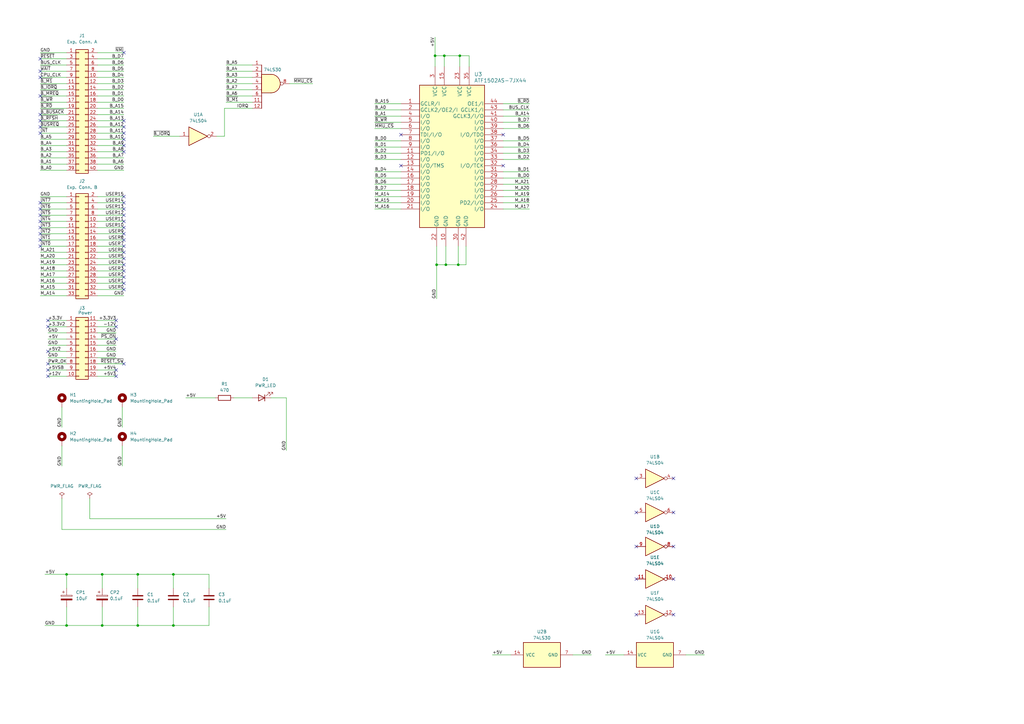
<source format=kicad_sch>
(kicad_sch (version 20230121) (generator eeschema)
  (paper "A3")
  (title_block (title "Z80 MMU board using an ATF1504") (date "2023-08-30") (rev "1.0"))
  (lib_symbols
    (symbol "74xx:74LS04"
      (property "Reference" "U" (at 0 1.27 0))
      (property "Value" "74LS04" (at 0 -1.27 0))
      (symbol "74LS04_1_0"
        (polyline (pts (xy -3.81 3.81) (xy -3.81 -3.81) (xy 3.81 0) (xy -3.81 3.81)) (stroke (width 0.254)) (fill (type background)))
        (pin input line (at -7.62 0 0) (length 3.81) (name "~") (number "1"))
        (pin output inverted (at 7.62 0 180) (length 3.81) (name "~") (number "2"))
      )
      (symbol "74LS04_2_0"
        (polyline (pts (xy -3.81 3.81) (xy -3.81 -3.81) (xy 3.81 0) (xy -3.81 3.81)) (stroke (width 0.254)) (fill (type background)))
        (pin input line (at -7.62 0 0) (length 3.81) (name "~") (number "3"))
        (pin output inverted (at 7.62 0 180) (length 3.81) (name "~") (number "4"))
      )
      (symbol "74LS04_3_0"
        (polyline (pts (xy -3.81 3.81) (xy -3.81 -3.81) (xy 3.81 0) (xy -3.81 3.81)) (stroke (width 0.254)) (fill (type background)))
        (pin input line (at -7.62 0 0) (length 3.81) (name "~") (number "5"))
        (pin output inverted (at 7.62 0 180) (length 3.81) (name "~") (number "6"))
      )
      (symbol "74LS04_4_0"
        (polyline (pts (xy -3.81 3.81) (xy -3.81 -3.81) (xy 3.81 0) (xy -3.81 3.81)) (stroke (width 0.254)) (fill (type background)))
        (pin output inverted (at 7.62 0 180) (length 3.81) (name "~") (number "8"))
        (pin input line (at -7.62 0 0) (length 3.81) (name "~") (number "9"))
      )
      (symbol "74LS04_5_0"
        (polyline (pts (xy -3.81 3.81) (xy -3.81 -3.81) (xy 3.81 0) (xy -3.81 3.81)) (stroke (width 0.254)) (fill (type background)))
        (pin output inverted (at 7.62 0 180) (length 3.81) (name "~") (number "10"))
        (pin input line (at -7.62 0 0) (length 3.81) (name "~") (number "11"))
      )
      (symbol "74LS04_6_0"
        (polyline (pts (xy -3.81 3.81) (xy -3.81 -3.81) (xy 3.81 0) (xy -3.81 3.81)) (stroke (width 0.254)) (fill (type background)))
        (pin output inverted (at 7.62 0 180) (length 3.81) (name "~") (number "12"))
        (pin input line (at -7.62 0 0) (length 3.81) (name "~") (number "13"))
      )
      (symbol "74LS04_7_0"
        (pin power_in line (at 0 12.7 270) (length 5.08) (name "VCC") (number "14"))
        (pin power_in line (at 0 -12.7 90) (length 5.08) (name "GND") (number "7"))
      )
      (symbol "74LS04_7_1"
        (rectangle (start -5.08 7.62) (end 5.08 -7.62) (stroke (width 0.254)) (fill (type background)))
      )
    )
    (symbol "74xx:74LS30" (pin_names (offset 1.016))
      (property "Reference" "U" (at 0 1.27 0))
      (property "Value" "74LS30" (at 0 -1.27 0))
      (symbol "74LS30_1_1"
        (arc (start 0 -3.81) (mid 3.7934 0) (end 0 3.81) (stroke (width 0.254)) (fill (type background)))
        (polyline (pts (xy -3.81 7.62) (xy -3.81 -10.16)) (stroke (width 0.254)))
        (polyline (pts (xy 0 3.81) (xy -3.81 3.81) (xy -3.81 -3.81) (xy 0 -3.81)) (stroke (width 0.254)) (fill (type background)))
        (pin input line (at -7.62 7.62 0) (length 3.81) (name "~") (number "1"))
        (pin input line (at -7.62 -7.62 0) (length 3.81) (name "~") (number "11"))
        (pin input line (at -7.62 -10.16 0) (length 3.81) (name "~") (number "12"))
        (pin input line (at -7.62 5.08 0) (length 3.81) (name "~") (number "2"))
        (pin input line (at -7.62 2.54 0) (length 3.81) (name "~") (number "3"))
        (pin input line (at -7.62 0 0) (length 3.81) (name "~") (number "4"))
        (pin input line (at -7.62 -2.54 0) (length 3.81) (name "~") (number "5"))
        (pin input line (at -7.62 -5.08 0) (length 3.81) (name "~") (number "6"))
        (pin output inverted (at 7.62 0 180) (length 3.81) (name "~") (number "8"))
      )
      (symbol "74LS30_1_2"
        (arc (start -3.81 -3.81) (mid -2.589 0) (end -3.81 3.81) (stroke (width 0.254)))
        (arc (start -0.6096 -3.81) (mid 2.1842 -2.5851) (end 3.81 0) (stroke (width 0.254)) (fill (type background)))
        (polyline (pts (xy -3.81 -3.81) (xy -3.81 -10.16)) (stroke (width 0.254)))
        (polyline (pts (xy -3.81 -3.81) (xy -0.635 -3.81)) (stroke (width 0.254)) (fill (type background)))
        (polyline (pts (xy -3.81 3.81) (xy -0.635 3.81)) (stroke (width 0.254)) (fill (type background)))
        (polyline (pts (xy -3.81 7.62) (xy -3.81 3.81)) (stroke (width 0.254)))
        (polyline (pts (xy -0.635 3.81) (xy -3.81 3.81) (xy -3.81 3.81) (xy -3.556 3.4036) (xy -3.0226 2.2606) (xy -2.6924 1.0414) (xy -2.6162 -0.254) (xy -2.7686 -1.4986) (xy -3.175 -2.7178) (xy -3.81 -3.81) (xy -3.81 -3.81) (xy -0.635 -3.81)) (stroke (width -25.4)) (fill (type background)))
        (arc (start 3.81 0) (mid 2.1915 2.5936) (end -0.6096 3.81) (stroke (width 0.254)) (fill (type background)))
        (pin input inverted (at -7.62 7.62 0) (length 3.81) (name "~") (number "1"))
        (pin input inverted (at -7.62 -7.62 0) (length 3.81) (name "~") (number "11"))
        (pin input inverted (at -7.62 -10.16 0) (length 3.81) (name "~") (number "12"))
        (pin input inverted (at -7.62 5.08 0) (length 3.81) (name "~") (number "2"))
        (pin input inverted (at -7.62 2.54 0) (length 4.5466) (name "~") (number "3"))
        (pin input inverted (at -7.62 0 0) (length 5.08) (name "~") (number "4"))
        (pin input inverted (at -7.62 -2.54 0) (length 4.5466) (name "~") (number "5"))
        (pin input inverted (at -7.62 -5.08 0) (length 3.81) (name "~") (number "6"))
        (pin output line (at 7.62 0 180) (length 3.81) (name "~") (number "8"))
      )
      (symbol "74LS30_2_0"
        (pin power_in line (at 0 12.7 270) (length 5.08) (name "VCC") (number "14"))
        (pin power_in line (at 0 -12.7 90) (length 5.08) (name "GND") (number "7"))
      )
      (symbol "74LS30_2_1"
        (rectangle (start -5.08 7.62) (end 5.08 -7.62) (stroke (width 0.254)) (fill (type background)))
      )
    )
    (symbol "Connector_Generic:Conn_02x10_Top_Bottom" (pin_names (offset 1.016) hide)
      (property "Reference" "J" (at 1.27 12.7 0))
      (property "Value" "Conn_02x10_Top_Bottom" (at 1.27 -15.24 0))
      (symbol "Conn_02x10_Top_Bottom_1_1"
        (rectangle (start -1.27 -12.573) (end 0 -12.827) (stroke (width 0.1524)))
        (rectangle (start -1.27 -10.033) (end 0 -10.287) (stroke (width 0.1524)))
        (rectangle (start -1.27 -7.493) (end 0 -7.747) (stroke (width 0.1524)))
        (rectangle (start -1.27 -4.953) (end 0 -5.207) (stroke (width 0.1524)))
        (rectangle (start -1.27 -2.413) (end 0 -2.667) (stroke (width 0.1524)))
        (rectangle (start -1.27 0.127) (end 0 -0.127) (stroke (width 0.1524)))
        (rectangle (start -1.27 2.667) (end 0 2.413) (stroke (width 0.1524)))
        (rectangle (start -1.27 5.207) (end 0 4.953) (stroke (width 0.1524)))
        (rectangle (start -1.27 7.747) (end 0 7.493) (stroke (width 0.1524)))
        (rectangle (start -1.27 10.287) (end 0 10.033) (stroke (width 0.1524)))
        (rectangle (start -1.27 11.43) (end 3.81 -13.97) (stroke (width 0.254)) (fill (type background)))
        (rectangle (start 3.81 -12.573) (end 2.54 -12.827) (stroke (width 0.1524)))
        (rectangle (start 3.81 -10.033) (end 2.54 -10.287) (stroke (width 0.1524)))
        (rectangle (start 3.81 -7.493) (end 2.54 -7.747) (stroke (width 0.1524)))
        (rectangle (start 3.81 -4.953) (end 2.54 -5.207) (stroke (width 0.1524)))
        (rectangle (start 3.81 -2.413) (end 2.54 -2.667) (stroke (width 0.1524)))
        (rectangle (start 3.81 0.127) (end 2.54 -0.127) (stroke (width 0.1524)))
        (rectangle (start 3.81 2.667) (end 2.54 2.413) (stroke (width 0.1524)))
        (rectangle (start 3.81 5.207) (end 2.54 4.953) (stroke (width 0.1524)))
        (rectangle (start 3.81 7.747) (end 2.54 7.493) (stroke (width 0.1524)))
        (rectangle (start 3.81 10.287) (end 2.54 10.033) (stroke (width 0.1524)))
        (pin passive line (at -5.08 10.16 0) (length 3.81) (name "Pin_1") (number "1"))
        (pin passive line (at -5.08 -12.7 0) (length 3.81) (name "Pin_10") (number "10"))
        (pin passive line (at 7.62 10.16 180) (length 3.81) (name "Pin_11") (number "11"))
        (pin passive line (at 7.62 7.62 180) (length 3.81) (name "Pin_12") (number "12"))
        (pin passive line (at 7.62 5.08 180) (length 3.81) (name "Pin_13") (number "13"))
        (pin passive line (at 7.62 2.54 180) (length 3.81) (name "Pin_14") (number "14"))
        (pin passive line (at 7.62 0 180) (length 3.81) (name "Pin_15") (number "15"))
        (pin passive line (at 7.62 -2.54 180) (length 3.81) (name "Pin_16") (number "16"))
        (pin passive line (at 7.62 -5.08 180) (length 3.81) (name "Pin_17") (number "17"))
        (pin passive line (at 7.62 -7.62 180) (length 3.81) (name "Pin_18") (number "18"))
        (pin passive line (at 7.62 -10.16 180) (length 3.81) (name "Pin_19") (number "19"))
        (pin passive line (at -5.08 7.62 0) (length 3.81) (name "Pin_2") (number "2"))
        (pin passive line (at 7.62 -12.7 180) (length 3.81) (name "Pin_20") (number "20"))
        (pin passive line (at -5.08 5.08 0) (length 3.81) (name "Pin_3") (number "3"))
        (pin passive line (at -5.08 2.54 0) (length 3.81) (name "Pin_4") (number "4"))
        (pin passive line (at -5.08 0 0) (length 3.81) (name "Pin_5") (number "5"))
        (pin passive line (at -5.08 -2.54 0) (length 3.81) (name "Pin_6") (number "6"))
        (pin passive line (at -5.08 -5.08 0) (length 3.81) (name "Pin_7") (number "7"))
        (pin passive line (at -5.08 -7.62 0) (length 3.81) (name "Pin_8") (number "8"))
        (pin passive line (at -5.08 -10.16 0) (length 3.81) (name "Pin_9") (number "9"))
      )
    )
    (symbol "Connector_Generic:Conn_02x17_Odd_Even" (pin_names (offset 1.016) hide)
      (property "Reference" "J" (at 1.27 22.86 0))
      (property "Value" "Conn_02x17_Odd_Even" (at 1.27 -22.86 0))
      (symbol "Conn_02x17_Odd_Even_1_1"
        (rectangle (start -1.27 -20.193) (end 0 -20.447) (stroke (width 0.1524)))
        (rectangle (start -1.27 -17.653) (end 0 -17.907) (stroke (width 0.1524)))
        (rectangle (start -1.27 -15.113) (end 0 -15.367) (stroke (width 0.1524)))
        (rectangle (start -1.27 -12.573) (end 0 -12.827) (stroke (width 0.1524)))
        (rectangle (start -1.27 -10.033) (end 0 -10.287) (stroke (width 0.1524)))
        (rectangle (start -1.27 -7.493) (end 0 -7.747) (stroke (width 0.1524)))
        (rectangle (start -1.27 -4.953) (end 0 -5.207) (stroke (width 0.1524)))
        (rectangle (start -1.27 -2.413) (end 0 -2.667) (stroke (width 0.1524)))
        (rectangle (start -1.27 0.127) (end 0 -0.127) (stroke (width 0.1524)))
        (rectangle (start -1.27 2.667) (end 0 2.413) (stroke (width 0.1524)))
        (rectangle (start -1.27 5.207) (end 0 4.953) (stroke (width 0.1524)))
        (rectangle (start -1.27 7.747) (end 0 7.493) (stroke (width 0.1524)))
        (rectangle (start -1.27 10.287) (end 0 10.033) (stroke (width 0.1524)))
        (rectangle (start -1.27 12.827) (end 0 12.573) (stroke (width 0.1524)))
        (rectangle (start -1.27 15.367) (end 0 15.113) (stroke (width 0.1524)))
        (rectangle (start -1.27 17.907) (end 0 17.653) (stroke (width 0.1524)))
        (rectangle (start -1.27 20.447) (end 0 20.193) (stroke (width 0.1524)))
        (rectangle (start -1.27 21.59) (end 3.81 -21.59) (stroke (width 0.254)) (fill (type background)))
        (rectangle (start 3.81 -20.193) (end 2.54 -20.447) (stroke (width 0.1524)))
        (rectangle (start 3.81 -17.653) (end 2.54 -17.907) (stroke (width 0.1524)))
        (rectangle (start 3.81 -15.113) (end 2.54 -15.367) (stroke (width 0.1524)))
        (rectangle (start 3.81 -12.573) (end 2.54 -12.827) (stroke (width 0.1524)))
        (rectangle (start 3.81 -10.033) (end 2.54 -10.287) (stroke (width 0.1524)))
        (rectangle (start 3.81 -7.493) (end 2.54 -7.747) (stroke (width 0.1524)))
        (rectangle (start 3.81 -4.953) (end 2.54 -5.207) (stroke (width 0.1524)))
        (rectangle (start 3.81 -2.413) (end 2.54 -2.667) (stroke (width 0.1524)))
        (rectangle (start 3.81 0.127) (end 2.54 -0.127) (stroke (width 0.1524)))
        (rectangle (start 3.81 2.667) (end 2.54 2.413) (stroke (width 0.1524)))
        (rectangle (start 3.81 5.207) (end 2.54 4.953) (stroke (width 0.1524)))
        (rectangle (start 3.81 7.747) (end 2.54 7.493) (stroke (width 0.1524)))
        (rectangle (start 3.81 10.287) (end 2.54 10.033) (stroke (width 0.1524)))
        (rectangle (start 3.81 12.827) (end 2.54 12.573) (stroke (width 0.1524)))
        (rectangle (start 3.81 15.367) (end 2.54 15.113) (stroke (width 0.1524)))
        (rectangle (start 3.81 17.907) (end 2.54 17.653) (stroke (width 0.1524)))
        (rectangle (start 3.81 20.447) (end 2.54 20.193) (stroke (width 0.1524)))
        (pin passive line (at -5.08 20.32 0) (length 3.81) (name "Pin_1") (number "1"))
        (pin passive line (at 7.62 10.16 180) (length 3.81) (name "Pin_10") (number "10"))
        (pin passive line (at -5.08 7.62 0) (length 3.81) (name "Pin_11") (number "11"))
        (pin passive line (at 7.62 7.62 180) (length 3.81) (name "Pin_12") (number "12"))
        (pin passive line (at -5.08 5.08 0) (length 3.81) (name "Pin_13") (number "13"))
        (pin passive line (at 7.62 5.08 180) (length 3.81) (name "Pin_14") (number "14"))
        (pin passive line (at -5.08 2.54 0) (length 3.81) (name "Pin_15") (number "15"))
        (pin passive line (at 7.62 2.54 180) (length 3.81) (name "Pin_16") (number "16"))
        (pin passive line (at -5.08 0 0) (length 3.81) (name "Pin_17") (number "17"))
        (pin passive line (at 7.62 0 180) (length 3.81) (name "Pin_18") (number "18"))
        (pin passive line (at -5.08 -2.54 0) (length 3.81) (name "Pin_19") (number "19"))
        (pin passive line (at 7.62 20.32 180) (length 3.81) (name "Pin_2") (number "2"))
        (pin passive line (at 7.62 -2.54 180) (length 3.81) (name "Pin_20") (number "20"))
        (pin passive line (at -5.08 -5.08 0) (length 3.81) (name "Pin_21") (number "21"))
        (pin passive line (at 7.62 -5.08 180) (length 3.81) (name "Pin_22") (number "22"))
        (pin passive line (at -5.08 -7.62 0) (length 3.81) (name "Pin_23") (number "23"))
        (pin passive line (at 7.62 -7.62 180) (length 3.81) (name "Pin_24") (number "24"))
        (pin passive line (at -5.08 -10.16 0) (length 3.81) (name "Pin_25") (number "25"))
        (pin passive line (at 7.62 -10.16 180) (length 3.81) (name "Pin_26") (number "26"))
        (pin passive line (at -5.08 -12.7 0) (length 3.81) (name "Pin_27") (number "27"))
        (pin passive line (at 7.62 -12.7 180) (length 3.81) (name "Pin_28") (number "28"))
        (pin passive line (at -5.08 -15.24 0) (length 3.81) (name "Pin_29") (number "29"))
        (pin passive line (at -5.08 17.78 0) (length 3.81) (name "Pin_3") (number "3"))
        (pin passive line (at 7.62 -15.24 180) (length 3.81) (name "Pin_30") (number "30"))
        (pin passive line (at -5.08 -17.78 0) (length 3.81) (name "Pin_31") (number "31"))
        (pin passive line (at 7.62 -17.78 180) (length 3.81) (name "Pin_32") (number "32"))
        (pin passive line (at -5.08 -20.32 0) (length 3.81) (name "Pin_33") (number "33"))
        (pin passive line (at 7.62 -20.32 180) (length 3.81) (name "Pin_34") (number "34"))
        (pin passive line (at 7.62 17.78 180) (length 3.81) (name "Pin_4") (number "4"))
        (pin passive line (at -5.08 15.24 0) (length 3.81) (name "Pin_5") (number "5"))
        (pin passive line (at 7.62 15.24 180) (length 3.81) (name "Pin_6") (number "6"))
        (pin passive line (at -5.08 12.7 0) (length 3.81) (name "Pin_7") (number "7"))
        (pin passive line (at 7.62 12.7 180) (length 3.81) (name "Pin_8") (number "8"))
        (pin passive line (at -5.08 10.16 0) (length 3.81) (name "Pin_9") (number "9"))
      )
    )
    (symbol "Connector_Generic:Conn_02x20_Odd_Even" (pin_names (offset 1.016) hide)
      (property "Reference" "J" (at 1.27 25.4 0))
      (property "Value" "Conn_02x20_Odd_Even" (at 1.27 -27.94 0))
      (symbol "Conn_02x20_Odd_Even_1_1"
        (rectangle (start -1.27 -25.273) (end 0 -25.527) (stroke (width 0.1524)))
        (rectangle (start -1.27 -22.733) (end 0 -22.987) (stroke (width 0.1524)))
        (rectangle (start -1.27 -20.193) (end 0 -20.447) (stroke (width 0.1524)))
        (rectangle (start -1.27 -17.653) (end 0 -17.907) (stroke (width 0.1524)))
        (rectangle (start -1.27 -15.113) (end 0 -15.367) (stroke (width 0.1524)))
        (rectangle (start -1.27 -12.573) (end 0 -12.827) (stroke (width 0.1524)))
        (rectangle (start -1.27 -10.033) (end 0 -10.287) (stroke (width 0.1524)))
        (rectangle (start -1.27 -7.493) (end 0 -7.747) (stroke (width 0.1524)))
        (rectangle (start -1.27 -4.953) (end 0 -5.207) (stroke (width 0.1524)))
        (rectangle (start -1.27 -2.413) (end 0 -2.667) (stroke (width 0.1524)))
        (rectangle (start -1.27 0.127) (end 0 -0.127) (stroke (width 0.1524)))
        (rectangle (start -1.27 2.667) (end 0 2.413) (stroke (width 0.1524)))
        (rectangle (start -1.27 5.207) (end 0 4.953) (stroke (width 0.1524)))
        (rectangle (start -1.27 7.747) (end 0 7.493) (stroke (width 0.1524)))
        (rectangle (start -1.27 10.287) (end 0 10.033) (stroke (width 0.1524)))
        (rectangle (start -1.27 12.827) (end 0 12.573) (stroke (width 0.1524)))
        (rectangle (start -1.27 15.367) (end 0 15.113) (stroke (width 0.1524)))
        (rectangle (start -1.27 17.907) (end 0 17.653) (stroke (width 0.1524)))
        (rectangle (start -1.27 20.447) (end 0 20.193) (stroke (width 0.1524)))
        (rectangle (start -1.27 22.987) (end 0 22.733) (stroke (width 0.1524)))
        (rectangle (start -1.27 24.13) (end 3.81 -26.67) (stroke (width 0.254)) (fill (type background)))
        (rectangle (start 3.81 -25.273) (end 2.54 -25.527) (stroke (width 0.1524)))
        (rectangle (start 3.81 -22.733) (end 2.54 -22.987) (stroke (width 0.1524)))
        (rectangle (start 3.81 -20.193) (end 2.54 -20.447) (stroke (width 0.1524)))
        (rectangle (start 3.81 -17.653) (end 2.54 -17.907) (stroke (width 0.1524)))
        (rectangle (start 3.81 -15.113) (end 2.54 -15.367) (stroke (width 0.1524)))
        (rectangle (start 3.81 -12.573) (end 2.54 -12.827) (stroke (width 0.1524)))
        (rectangle (start 3.81 -10.033) (end 2.54 -10.287) (stroke (width 0.1524)))
        (rectangle (start 3.81 -7.493) (end 2.54 -7.747) (stroke (width 0.1524)))
        (rectangle (start 3.81 -4.953) (end 2.54 -5.207) (stroke (width 0.1524)))
        (rectangle (start 3.81 -2.413) (end 2.54 -2.667) (stroke (width 0.1524)))
        (rectangle (start 3.81 0.127) (end 2.54 -0.127) (stroke (width 0.1524)))
        (rectangle (start 3.81 2.667) (end 2.54 2.413) (stroke (width 0.1524)))
        (rectangle (start 3.81 5.207) (end 2.54 4.953) (stroke (width 0.1524)))
        (rectangle (start 3.81 7.747) (end 2.54 7.493) (stroke (width 0.1524)))
        (rectangle (start 3.81 10.287) (end 2.54 10.033) (stroke (width 0.1524)))
        (rectangle (start 3.81 12.827) (end 2.54 12.573) (stroke (width 0.1524)))
        (rectangle (start 3.81 15.367) (end 2.54 15.113) (stroke (width 0.1524)))
        (rectangle (start 3.81 17.907) (end 2.54 17.653) (stroke (width 0.1524)))
        (rectangle (start 3.81 20.447) (end 2.54 20.193) (stroke (width 0.1524)))
        (rectangle (start 3.81 22.987) (end 2.54 22.733) (stroke (width 0.1524)))
        (pin passive line (at -5.08 22.86 0) (length 3.81) (name "Pin_1") (number "1"))
        (pin passive line (at 7.62 12.7 180) (length 3.81) (name "Pin_10") (number "10"))
        (pin passive line (at -5.08 10.16 0) (length 3.81) (name "Pin_11") (number "11"))
        (pin passive line (at 7.62 10.16 180) (length 3.81) (name "Pin_12") (number "12"))
        (pin passive line (at -5.08 7.62 0) (length 3.81) (name "Pin_13") (number "13"))
        (pin passive line (at 7.62 7.62 180) (length 3.81) (name "Pin_14") (number "14"))
        (pin passive line (at -5.08 5.08 0) (length 3.81) (name "Pin_15") (number "15"))
        (pin passive line (at 7.62 5.08 180) (length 3.81) (name "Pin_16") (number "16"))
        (pin passive line (at -5.08 2.54 0) (length 3.81) (name "Pin_17") (number "17"))
        (pin passive line (at 7.62 2.54 180) (length 3.81) (name "Pin_18") (number "18"))
        (pin passive line (at -5.08 0 0) (length 3.81) (name "Pin_19") (number "19"))
        (pin passive line (at 7.62 22.86 180) (length 3.81) (name "Pin_2") (number "2"))
        (pin passive line (at 7.62 0 180) (length 3.81) (name "Pin_20") (number "20"))
        (pin passive line (at -5.08 -2.54 0) (length 3.81) (name "Pin_21") (number "21"))
        (pin passive line (at 7.62 -2.54 180) (length 3.81) (name "Pin_22") (number "22"))
        (pin passive line (at -5.08 -5.08 0) (length 3.81) (name "Pin_23") (number "23"))
        (pin passive line (at 7.62 -5.08 180) (length 3.81) (name "Pin_24") (number "24"))
        (pin passive line (at -5.08 -7.62 0) (length 3.81) (name "Pin_25") (number "25"))
        (pin passive line (at 7.62 -7.62 180) (length 3.81) (name "Pin_26") (number "26"))
        (pin passive line (at -5.08 -10.16 0) (length 3.81) (name "Pin_27") (number "27"))
        (pin passive line (at 7.62 -10.16 180) (length 3.81) (name "Pin_28") (number "28"))
        (pin passive line (at -5.08 -12.7 0) (length 3.81) (name "Pin_29") (number "29"))
        (pin passive line (at -5.08 20.32 0) (length 3.81) (name "Pin_3") (number "3"))
        (pin passive line (at 7.62 -12.7 180) (length 3.81) (name "Pin_30") (number "30"))
        (pin passive line (at -5.08 -15.24 0) (length 3.81) (name "Pin_31") (number "31"))
        (pin passive line (at 7.62 -15.24 180) (length 3.81) (name "Pin_32") (number "32"))
        (pin passive line (at -5.08 -17.78 0) (length 3.81) (name "Pin_33") (number "33"))
        (pin passive line (at 7.62 -17.78 180) (length 3.81) (name "Pin_34") (number "34"))
        (pin passive line (at -5.08 -20.32 0) (length 3.81) (name "Pin_35") (number "35"))
        (pin passive line (at 7.62 -20.32 180) (length 3.81) (name "Pin_36") (number "36"))
        (pin passive line (at -5.08 -22.86 0) (length 3.81) (name "Pin_37") (number "37"))
        (pin passive line (at 7.62 -22.86 180) (length 3.81) (name "Pin_38") (number "38"))
        (pin passive line (at -5.08 -25.4 0) (length 3.81) (name "Pin_39") (number "39"))
        (pin passive line (at 7.62 20.32 180) (length 3.81) (name "Pin_4") (number "4"))
        (pin passive line (at 7.62 -25.4 180) (length 3.81) (name "Pin_40") (number "40"))
        (pin passive line (at -5.08 17.78 0) (length 3.81) (name "Pin_5") (number "5"))
        (pin passive line (at 7.62 17.78 180) (length 3.81) (name "Pin_6") (number "6"))
        (pin passive line (at -5.08 15.24 0) (length 3.81) (name "Pin_7") (number "7"))
        (pin passive line (at 7.62 15.24 180) (length 3.81) (name "Pin_8") (number "8"))
        (pin passive line (at -5.08 12.7 0) (length 3.81) (name "Pin_9") (number "9"))
      )
    )
    (symbol "Device:C" (pin_numbers hide) (pin_names (offset 0.254))
      (property "Reference" "C" (at 0.635 2.54 0))
      (property "Value" "C" (at 0.635 -2.54 0))
      (symbol "C_0_1"
        (polyline (pts (xy -2.032 -0.762) (xy 2.032 -0.762)) (stroke (width 0.508)))
        (polyline (pts (xy -2.032 0.762) (xy 2.032 0.762)) (stroke (width 0.508)))
      )
      (symbol "C_1_1"
        (pin passive line (at 0 3.81 270) (length 2.794) (name "~") (number "1"))
        (pin passive line (at 0 -3.81 90) (length 2.794) (name "~") (number "2"))
      )
    )
    (symbol "Device:C_Polarized" (pin_numbers hide) (pin_names (offset 0.254))
      (property "Reference" "C" (at 0.635 2.54 0))
      (property "Value" "C_Polarized" (at 0.635 -2.54 0))
      (symbol "C_Polarized_0_1"
        (rectangle (start -2.286 0.508) (end 2.286 1.016))
        (polyline (pts (xy -1.778 2.286) (xy -0.762 2.286)))
        (polyline (pts (xy -1.27 2.794) (xy -1.27 1.778)))
        (rectangle (start 2.286 -0.508) (end -2.286 -1.016) (fill (type outline)))
      )
      (symbol "C_Polarized_1_1"
        (pin passive line (at 0 3.81 270) (length 2.794) (name "~") (number "1"))
        (pin passive line (at 0 -3.81 90) (length 2.794) (name "~") (number "2"))
      )
    )
    (symbol "Device:LED" (pin_numbers hide) (pin_names (offset 1.016) hide)
      (property "Reference" "D" (at 0 2.54 0))
      (property "Value" "LED" (at 0 -2.54 0))
      (symbol "LED_0_1"
        (polyline (pts (xy -1.27 -1.27) (xy -1.27 1.27)) (stroke (width 0.254)))
        (polyline (pts (xy -1.27 0) (xy 1.27 0)))
        (polyline (pts (xy 1.27 -1.27) (xy 1.27 1.27) (xy -1.27 0) (xy 1.27 -1.27)) (stroke (width 0.254)))
        (polyline (pts (xy -3.048 -0.762) (xy -4.572 -2.286) (xy -3.81 -2.286) (xy -4.572 -2.286) (xy -4.572 -1.524)))
        (polyline (pts (xy -1.778 -0.762) (xy -3.302 -2.286) (xy -2.54 -2.286) (xy -3.302 -2.286) (xy -3.302 -1.524)))
      )
      (symbol "LED_1_1"
        (pin passive line (at -3.81 0 0) (length 2.54) (name "K") (number "1"))
        (pin passive line (at 3.81 0 180) (length 2.54) (name "A") (number "2"))
      )
    )
    (symbol "Device:R" (pin_numbers hide) (pin_names (offset 0))
      (property "Reference" "R" (at 2.032 0 90))
      (property "Value" "R" (at 0 0 90))
      (symbol "R_0_1"
        (rectangle (start -1.016 -2.54) (end 1.016 2.54) (stroke (width 0.254)))
      )
      (symbol "R_1_1"
        (pin passive line (at 0 3.81 270) (length 1.27) (name "~") (number "1"))
        (pin passive line (at 0 -3.81 90) (length 1.27) (name "~") (number "2"))
      )
    )
    (symbol "Mechanical:MountingHole_Pad" (pin_numbers hide) (pin_names (offset 1.016) hide)
      (property "Reference" "H" (at 0 6.35 0))
      (property "Value" "MountingHole_Pad" (at 0 4.445 0))
      (symbol "MountingHole_Pad_0_1"
        (circle (center 0 1.27) (radius 1.27) (stroke (width 1.27)))
      )
      (symbol "MountingHole_Pad_1_1"
        (pin input line (at 0 -2.54 90) (length 2.54) (name "1") (number "1"))
      )
    )
    (symbol "own_device:ATF1504AS-7JX44" (pin_names (offset 0.254))
      (property "Reference" "U" (at -12.065 32.385 0))
      (property "Value" "ATF1502AS-7JX44" (at 19.685 31.75 0))
      (symbol "ATF1504AS-7JX44_0_1"
        (rectangle (start -13.335 29.21) (end 13.335 -29.21) (stroke (width 0.254)) (fill (type background)))
      )
      (symbol "ATF1504AS-7JX44_1_1"
        (pin bidirectional line (at -20.955 21.59 0) (length 7.62) (name "GCLR/I") (number "1"))
        (pin power_in line (at -2.54 -36.83 90) (length 7.62) (name "GND") (number "10"))
        (pin bidirectional line (at -20.955 1.27 0) (length 7.62) (name "PD1/I/O") (number "11"))
        (pin bidirectional line (at -20.955 -1.27 0) (length 7.62) (name "I/O") (number "12"))
        (pin bidirectional line (at -20.955 -3.81 0) (length 7.62) (name "I/O/TMS") (number "13"))
        (pin bidirectional line (at -20.955 -6.35 0) (length 7.62) (name "I/O") (number "14"))
        (pin power_in line (at -3.175 36.83 270) (length 7.62) (name "VCC") (number "15"))
        (pin bidirectional line (at -20.955 -8.89 0) (length 7.62) (name "I/O") (number "16"))
        (pin bidirectional line (at -20.955 -11.43 0) (length 7.62) (name "I/O") (number "17"))
        (pin bidirectional line (at -20.955 -13.97 0) (length 7.62) (name "I/O") (number "18"))
        (pin bidirectional line (at -20.955 -16.51 0) (length 7.62) (name "I/O") (number "19"))
        (pin bidirectional line (at -20.955 19.05 0) (length 7.62) (name "GCLK2/OE2/I") (number "2"))
        (pin bidirectional line (at -20.955 -19.05 0) (length 7.62) (name "I/O") (number "20"))
        (pin bidirectional line (at -20.955 -21.59 0) (length 7.62) (name "I/O") (number "21"))
        (pin power_in line (at -6.35 -36.83 90) (length 7.62) (name "GND") (number "22"))
        (pin power_in line (at 3.175 36.83 270) (length 7.62) (name "VCC") (number "23"))
        (pin bidirectional line (at 20.955 -21.59 180) (length 7.62) (name "I/O") (number "24"))
        (pin bidirectional line (at 20.955 -19.05 180) (length 7.62) (name "PD2/I/O") (number "25"))
        (pin bidirectional line (at 20.955 -16.51 180) (length 7.62) (name "I/O") (number "26"))
        (pin bidirectional line (at 20.955 -13.97 180) (length 7.62) (name "I/O") (number "27"))
        (pin bidirectional line (at 20.955 -11.43 180) (length 7.62) (name "I/O") (number "28"))
        (pin bidirectional line (at 20.955 -8.89 180) (length 7.62) (name "I/O") (number "29"))
        (pin power_in line (at -6.985 36.83 270) (length 7.62) (name "VCC") (number "3"))
        (pin power_in line (at 2.54 -36.83 90) (length 7.62) (name "GND") (number "30"))
        (pin bidirectional line (at 20.955 -6.35 180) (length 7.62) (name "I/O") (number "31"))
        (pin bidirectional line (at 20.955 -3.81 180) (length 7.62) (name "I/O/TCK") (number "32"))
        (pin bidirectional line (at 20.955 -1.27 180) (length 7.62) (name "I/O") (number "33"))
        (pin bidirectional line (at 20.955 1.27 180) (length 7.62) (name "I/O") (number "34"))
        (pin power_in line (at 6.985 36.83 270) (length 7.62) (name "VCC") (number "35"))
        (pin bidirectional line (at 20.955 3.81 180) (length 7.62) (name "I/O") (number "36"))
        (pin bidirectional line (at 20.955 6.35 180) (length 7.62) (name "I/O") (number "37"))
        (pin bidirectional line (at 20.955 8.89 180) (length 7.62) (name "I/O/TDO") (number "38"))
        (pin bidirectional line (at 20.955 11.43 180) (length 7.62) (name "I/O") (number "39"))
        (pin bidirectional line (at -20.955 16.51 0) (length 7.62) (name "I/O") (number "4"))
        (pin bidirectional line (at 20.955 13.97 180) (length 7.62) (name "I/O") (number "40"))
        (pin bidirectional line (at 20.955 16.51 180) (length 7.62) (name "GCLK3/I/O") (number "41"))
        (pin power_in line (at 5.715 -36.83 90) (length 7.62) (name "GND") (number "42"))
        (pin bidirectional line (at 20.955 19.05 180) (length 7.62) (name "GCLK1/I") (number "43"))
        (pin bidirectional line (at 20.955 21.59 180) (length 7.62) (name "OE1/I") (number "44"))
        (pin bidirectional line (at -20.955 13.97 0) (length 7.62) (name "I/O") (number "5"))
        (pin bidirectional line (at -20.955 11.43 0) (length 7.62) (name "I/O") (number "6"))
        (pin bidirectional line (at -20.955 8.89 0) (length 7.62) (name "TDI/I/O") (number "7"))
        (pin bidirectional line (at -20.955 6.35 0) (length 7.62) (name "I/O") (number "8"))
        (pin bidirectional line (at -20.955 3.81 0) (length 7.62) (name "I/O") (number "9"))
      )
    )
    (symbol "power:PWR_FLAG" (power) (pin_numbers hide) (pin_names (offset 0) hide)
      (property "Value" "PWR_FLAG" (at 0 3.81 0))
      (symbol "PWR_FLAG_0_0"
        (pin power_out line (at 0 0 90) (length 0) (name "pwr") (number "1"))
      )
      (symbol "PWR_FLAG_0_1"
        (polyline (pts (xy 0 0) (xy 0 1.27) (xy -1.016 1.905) (xy 0 2.54) (xy 1.016 1.905) (xy 0 1.27)))
      )
    )
  )
  (junction (at 27.305 256.54))
  (junction (at 56.515 235.585))
  (junction (at 41.91 256.54))
  (junction (at 41.91 235.585))
  (junction (at 27.305 235.585))
  (junction (at 188.595 22.86))
  (junction (at 71.12 256.54))
  (junction (at 182.245 22.86))
  (junction (at 187.96 108.585))
  (junction (at 71.12 235.585))
  (junction (at 182.88 108.585))
  (junction (at 178.435 22.86))
  (junction (at 179.07 108.585))
  (junction (at 56.515 256.54))
  (no_connect (at 19.685 131.445))
  (no_connect (at 260.985 196.215))
  (no_connect (at 19.685 151.765))
  (no_connect (at 16.51 24.13))
  (no_connect (at 50.8 57.15))
  (no_connect (at 50.8 113.665))
  (no_connect (at 50.8 95.885))
  (no_connect (at 50.8 108.585))
  (no_connect (at 164.465 55.245))
  (no_connect (at 16.51 49.53))
  (no_connect (at 276.225 224.155))
  (no_connect (at 50.8 103.505))
  (no_connect (at 16.51 54.61))
  (no_connect (at 50.8 90.805))
  (no_connect (at 50.8 118.745))
  (no_connect (at 50.8 116.205))
  (no_connect (at 16.51 39.37))
  (no_connect (at 50.8 88.265))
  (no_connect (at 16.51 90.805))
  (no_connect (at 50.8 59.69))
  (no_connect (at 16.51 46.99))
  (no_connect (at 50.8 49.53))
  (no_connect (at 16.51 93.345))
  (no_connect (at 19.685 133.985))
  (no_connect (at 276.225 237.49))
  (no_connect (at 50.8 93.345))
  (no_connect (at 47.625 139.065))
  (no_connect (at 16.51 29.21))
  (no_connect (at 16.51 85.725))
  (no_connect (at 16.51 52.07))
  (no_connect (at 50.8 83.185))
  (no_connect (at 50.8 100.965))
  (no_connect (at 47.625 133.985))
  (no_connect (at 50.8 62.23))
  (no_connect (at 50.8 52.07))
  (no_connect (at 16.51 100.965))
  (no_connect (at 164.465 67.945))
  (no_connect (at 260.985 252.095))
  (no_connect (at 206.375 67.945))
  (no_connect (at 50.8 98.425))
  (no_connect (at 19.685 154.305))
  (no_connect (at 50.8 21.59))
  (no_connect (at 206.375 55.245))
  (no_connect (at 50.8 85.725))
  (no_connect (at 19.685 144.145))
  (no_connect (at 50.8 111.125))
  (no_connect (at 16.51 88.265))
  (no_connect (at 19.685 149.225))
  (no_connect (at 47.625 151.765))
  (no_connect (at 50.8 80.645))
  (no_connect (at 16.51 95.885))
  (no_connect (at 260.985 210.185))
  (no_connect (at 50.8 149.225))
  (no_connect (at 47.625 131.445))
  (no_connect (at 276.225 252.095))
  (no_connect (at 260.985 224.155))
  (no_connect (at 50.8 54.61))
  (no_connect (at 260.985 237.49))
  (no_connect (at 276.225 210.185))
  (no_connect (at 16.51 83.185))
  (no_connect (at 47.625 154.305))
  (no_connect (at 276.225 196.215))
  (no_connect (at 50.8 106.045))
  (no_connect (at 16.51 31.75))
  (no_connect (at 16.51 98.425))
  (wire (pts (xy 50.8 36.83) (xy 40.005 36.83)))
  (wire (pts (xy 40.005 103.505) (xy 50.8 103.505)))
  (wire (pts (xy 153.67 70.485) (xy 164.465 70.485)))
  (wire (pts (xy 25.4 204.47) (xy 25.4 217.17)))
  (wire (pts (xy 92.71 31.75) (xy 103.505 31.75)))
  (wire (pts (xy 16.51 113.665) (xy 27.305 113.665)))
  (wire (pts (xy 56.515 241.3) (xy 56.515 235.585)))
  (wire (pts (xy 192.405 27.305) (xy 192.405 22.86)))
  (wire (pts (xy 16.51 36.83) (xy 27.305 36.83)))
  (wire (pts (xy 153.67 65.405) (xy 164.465 65.405)))
  (wire (pts (xy 47.625 131.445) (xy 40.005 131.445)))
  (wire (pts (xy 16.51 46.99) (xy 27.305 46.99)))
  (wire (pts (xy 40.005 90.805) (xy 50.8 90.805)))
  (wire (pts (xy 92.71 36.83) (xy 103.505 36.83)))
  (wire (pts (xy 62.865 55.88) (xy 73.66 55.88)))
  (wire (pts (xy 50.165 167.005) (xy 50.165 175.26)))
  (wire (pts (xy 187.96 108.585) (xy 182.88 108.585)))
  (wire (pts (xy 178.435 22.86) (xy 178.435 27.305)))
  (wire (pts (xy 56.515 256.54) (xy 41.91 256.54)))
  (wire (pts (xy 19.685 154.305) (xy 27.305 154.305)))
  (wire (pts (xy 47.625 151.765) (xy 40.005 151.765)))
  (wire (pts (xy 182.245 22.86) (xy 178.435 22.86)))
  (wire (pts (xy 182.88 108.585) (xy 179.07 108.585)))
  (wire (pts (xy 16.51 85.725) (xy 27.305 85.725)))
  (wire (pts (xy 153.67 80.645) (xy 164.465 80.645)))
  (wire (pts (xy 18.415 235.585) (xy 27.305 235.585)))
  (wire (pts (xy 50.8 41.91) (xy 40.005 41.91)))
  (wire (pts (xy 188.595 22.86) (xy 182.245 22.86)))
  (wire (pts (xy 27.305 235.585) (xy 27.305 241.3)))
  (wire (pts (xy 40.005 106.045) (xy 50.8 106.045)))
  (wire (pts (xy 16.51 69.85) (xy 27.305 69.85)))
  (wire (pts (xy 50.8 121.285) (xy 40.005 121.285)))
  (wire (pts (xy 50.8 52.07) (xy 40.005 52.07)))
  (wire (pts (xy 182.245 27.305) (xy 182.245 22.86)))
  (wire (pts (xy 217.17 42.545) (xy 206.375 42.545)))
  (wire (pts (xy 50.8 57.15) (xy 40.005 57.15)))
  (wire (pts (xy 25.4 182.88) (xy 25.4 191.135)))
  (wire (pts (xy 40.005 100.965) (xy 50.8 100.965)))
  (wire (pts (xy 16.51 41.91) (xy 27.305 41.91)))
  (wire (pts (xy 191.135 100.965) (xy 191.135 108.585)))
  (wire (pts (xy 217.17 73.025) (xy 206.375 73.025)))
  (wire (pts (xy 27.305 256.54) (xy 27.305 248.92)))
  (wire (pts (xy 19.685 146.685) (xy 27.305 146.685)))
  (wire (pts (xy 50.8 62.23) (xy 40.005 62.23)))
  (wire (pts (xy 47.625 146.685) (xy 40.005 146.685)))
  (wire (pts (xy 40.005 88.265) (xy 50.8 88.265)))
  (wire (pts (xy 217.17 75.565) (xy 206.375 75.565)))
  (wire (pts (xy 19.685 139.065) (xy 27.305 139.065)))
  (wire (pts (xy 50.8 54.61) (xy 40.005 54.61)))
  (wire (pts (xy 85.725 235.585) (xy 71.12 235.585)))
  (wire (pts (xy 16.51 54.61) (xy 27.305 54.61)))
  (wire (pts (xy 117.475 163.195) (xy 117.475 184.785)))
  (wire (pts (xy 188.595 27.305) (xy 188.595 22.86)))
  (wire (pts (xy 92.71 26.67) (xy 103.505 26.67)))
  (wire (pts (xy 50.8 49.53) (xy 40.005 49.53)))
  (wire (pts (xy 50.8 116.205) (xy 40.005 116.205)))
  (wire (pts (xy 50.8 24.13) (xy 40.005 24.13)))
  (wire (pts (xy 76.2 163.195) (xy 88.265 163.195)))
  (wire (pts (xy 16.51 44.45) (xy 27.305 44.45)))
  (wire (pts (xy 217.17 50.165) (xy 206.375 50.165)))
  (wire (pts (xy 153.67 75.565) (xy 164.465 75.565)))
  (wire (pts (xy 50.8 34.29) (xy 40.005 34.29)))
  (wire (pts (xy 50.8 46.99) (xy 40.005 46.99)))
  (wire (pts (xy 47.625 136.525) (xy 40.005 136.525)))
  (wire (pts (xy 153.67 73.025) (xy 164.465 73.025)))
  (wire (pts (xy 92.71 39.37) (xy 103.505 39.37)))
  (wire (pts (xy 25.4 217.17) (xy 92.71 217.17)))
  (wire (pts (xy 36.83 212.725) (xy 92.71 212.725)))
  (wire (pts (xy 217.17 60.325) (xy 206.375 60.325)))
  (wire (pts (xy 47.625 133.985) (xy 40.005 133.985)))
  (wire (pts (xy 19.685 133.985) (xy 27.305 133.985)))
  (wire (pts (xy 16.51 29.21) (xy 27.305 29.21)))
  (wire (pts (xy 153.67 47.625) (xy 164.465 47.625)))
  (wire (pts (xy 50.8 59.69) (xy 40.005 59.69)))
  (wire (pts (xy 153.67 45.085) (xy 164.465 45.085)))
  (wire (pts (xy 40.005 83.185) (xy 50.8 83.185)))
  (wire (pts (xy 217.17 47.625) (xy 206.375 47.625)))
  (wire (pts (xy 71.12 248.92) (xy 71.12 256.54)))
  (wire (pts (xy 16.51 49.53) (xy 27.305 49.53)))
  (wire (pts (xy 153.67 57.785) (xy 164.465 57.785)))
  (wire (pts (xy 16.51 59.69) (xy 27.305 59.69)))
  (wire (pts (xy 88.9 55.88) (xy 92.075 55.88)))
  (wire (pts (xy 164.465 52.705) (xy 153.67 52.705)))
  (wire (pts (xy 25.4 167.005) (xy 25.4 175.26)))
  (wire (pts (xy 16.51 39.37) (xy 27.305 39.37)))
  (wire (pts (xy 16.51 26.67) (xy 27.305 26.67)))
  (wire (pts (xy 153.67 50.165) (xy 164.465 50.165)))
  (wire (pts (xy 95.885 163.195) (xy 103.505 163.195)))
  (wire (pts (xy 16.51 118.745) (xy 27.305 118.745)))
  (wire (pts (xy 40.005 98.425) (xy 50.8 98.425)))
  (wire (pts (xy 16.51 121.285) (xy 27.305 121.285)))
  (wire (pts (xy 19.685 144.145) (xy 27.305 144.145)))
  (wire (pts (xy 217.17 45.085) (xy 206.375 45.085)))
  (wire (pts (xy 18.415 256.54) (xy 27.305 256.54)))
  (wire (pts (xy 16.51 31.75) (xy 27.305 31.75)))
  (wire (pts (xy 50.8 67.31) (xy 40.005 67.31)))
  (wire (pts (xy 153.67 85.725) (xy 164.465 85.725)))
  (wire (pts (xy 153.67 78.105) (xy 164.465 78.105)))
  (wire (pts (xy 16.51 108.585) (xy 27.305 108.585)))
  (wire (pts (xy 242.57 268.605) (xy 234.95 268.605)))
  (wire (pts (xy 40.005 141.605) (xy 47.625 141.605)))
  (wire (pts (xy 41.91 235.585) (xy 41.91 241.3)))
  (wire (pts (xy 40.005 108.585) (xy 50.8 108.585)))
  (wire (pts (xy 16.51 93.345) (xy 27.305 93.345)))
  (wire (pts (xy 16.51 116.205) (xy 27.305 116.205)))
  (wire (pts (xy 16.51 52.07) (xy 27.305 52.07)))
  (wire (pts (xy 153.67 83.185) (xy 164.465 83.185)))
  (wire (pts (xy 71.12 256.54) (xy 56.515 256.54)))
  (wire (pts (xy 85.725 241.3) (xy 85.725 235.585)))
  (wire (pts (xy 19.685 131.445) (xy 27.305 131.445)))
  (wire (pts (xy 50.8 64.77) (xy 40.005 64.77)))
  (wire (pts (xy 85.725 248.92) (xy 85.725 256.54)))
  (wire (pts (xy 217.17 52.705) (xy 206.375 52.705)))
  (wire (pts (xy 47.625 144.145) (xy 40.005 144.145)))
  (wire (pts (xy 179.07 108.585) (xy 179.07 122.555)))
  (wire (pts (xy 16.51 57.15) (xy 27.305 57.15)))
  (wire (pts (xy 248.285 268.605) (xy 255.905 268.605)))
  (wire (pts (xy 191.135 108.585) (xy 187.96 108.585)))
  (wire (pts (xy 50.8 113.665) (xy 40.005 113.665)))
  (wire (pts (xy 217.17 62.865) (xy 206.375 62.865)))
  (wire (pts (xy 118.745 34.29) (xy 128.27 34.29)))
  (wire (pts (xy 71.12 235.585) (xy 56.515 235.585)))
  (wire (pts (xy 19.685 149.225) (xy 27.305 149.225)))
  (wire (pts (xy 47.625 154.305) (xy 40.005 154.305)))
  (wire (pts (xy 19.685 151.765) (xy 27.305 151.765)))
  (wire (pts (xy 16.51 64.77) (xy 27.305 64.77)))
  (wire (pts (xy 153.67 60.325) (xy 164.465 60.325)))
  (wire (pts (xy 217.17 83.185) (xy 206.375 83.185)))
  (wire (pts (xy 217.17 65.405) (xy 206.375 65.405)))
  (wire (pts (xy 16.51 80.645) (xy 27.305 80.645)))
  (wire (pts (xy 92.71 29.21) (xy 103.505 29.21)))
  (wire (pts (xy 217.17 70.485) (xy 206.375 70.485)))
  (wire (pts (xy 50.8 31.75) (xy 40.005 31.75)))
  (wire (pts (xy 182.88 100.965) (xy 182.88 108.585)))
  (wire (pts (xy 179.07 100.965) (xy 179.07 108.585)))
  (wire (pts (xy 50.8 69.85) (xy 40.005 69.85)))
  (wire (pts (xy 47.625 139.065) (xy 40.005 139.065)))
  (wire (pts (xy 27.305 235.585) (xy 41.91 235.585)))
  (wire (pts (xy 16.51 98.425) (xy 27.305 98.425)))
  (wire (pts (xy 16.51 88.265) (xy 27.305 88.265)))
  (wire (pts (xy 71.12 241.3) (xy 71.12 235.585)))
  (wire (pts (xy 153.67 42.545) (xy 164.465 42.545)))
  (wire (pts (xy 92.075 44.45) (xy 103.505 44.45)))
  (wire (pts (xy 92.71 41.91) (xy 103.505 41.91)))
  (wire (pts (xy 50.165 182.88) (xy 50.165 191.135)))
  (wire (pts (xy 16.51 106.045) (xy 27.305 106.045)))
  (wire (pts (xy 16.51 95.885) (xy 27.305 95.885)))
  (wire (pts (xy 92.71 34.29) (xy 103.505 34.29)))
  (wire (pts (xy 16.51 67.31) (xy 27.305 67.31)))
  (wire (pts (xy 50.8 44.45) (xy 40.005 44.45)))
  (wire (pts (xy 16.51 21.59) (xy 27.305 21.59)))
  (wire (pts (xy 50.8 21.59) (xy 40.005 21.59)))
  (wire (pts (xy 16.51 111.125) (xy 27.305 111.125)))
  (wire (pts (xy 16.51 103.505) (xy 27.305 103.505)))
  (wire (pts (xy 40.005 93.345) (xy 50.8 93.345)))
  (wire (pts (xy 50.8 111.125) (xy 40.005 111.125)))
  (wire (pts (xy 50.8 29.21) (xy 40.005 29.21)))
  (wire (pts (xy 153.67 62.865) (xy 164.465 62.865)))
  (wire (pts (xy 50.8 118.745) (xy 40.005 118.745)))
  (wire (pts (xy 217.17 80.645) (xy 206.375 80.645)))
  (wire (pts (xy 85.725 256.54) (xy 71.12 256.54)))
  (wire (pts (xy 50.8 149.225) (xy 40.005 149.225)))
  (wire (pts (xy 288.925 268.605) (xy 281.305 268.605)))
  (wire (pts (xy 92.075 55.88) (xy 92.075 44.45)))
  (wire (pts (xy 16.51 24.13) (xy 27.305 24.13)))
  (wire (pts (xy 192.405 22.86) (xy 188.595 22.86)))
  (wire (pts (xy 19.685 136.525) (xy 27.305 136.525)))
  (wire (pts (xy 41.91 256.54) (xy 41.91 248.92)))
  (wire (pts (xy 217.17 57.785) (xy 206.375 57.785)))
  (wire (pts (xy 16.51 83.185) (xy 27.305 83.185)))
  (wire (pts (xy 187.96 100.965) (xy 187.96 108.585)))
  (wire (pts (xy 27.305 256.54) (xy 41.91 256.54)))
  (wire (pts (xy 40.005 80.645) (xy 50.8 80.645)))
  (wire (pts (xy 40.005 85.725) (xy 50.8 85.725)))
  (wire (pts (xy 56.515 248.92) (xy 56.515 256.54)))
  (wire (pts (xy 56.515 235.585) (xy 41.91 235.585)))
  (wire (pts (xy 16.51 90.805) (xy 27.305 90.805)))
  (wire (pts (xy 217.17 78.105) (xy 206.375 78.105)))
  (wire (pts (xy 178.435 15.24) (xy 178.435 22.86)))
  (wire (pts (xy 16.51 100.965) (xy 27.305 100.965)))
  (wire (pts (xy 19.685 141.605) (xy 27.305 141.605)))
  (wire (pts (xy 40.005 95.885) (xy 50.8 95.885)))
  (wire (pts (xy 50.8 26.67) (xy 40.005 26.67)))
  (wire (pts (xy 201.93 268.605) (xy 209.55 268.605)))
  (wire (pts (xy 50.8 39.37) (xy 40.005 39.37)))
  (wire (pts (xy 217.17 85.725) (xy 206.375 85.725)))
  (wire (pts (xy 16.51 62.23) (xy 27.305 62.23)))
  (wire (pts (xy 36.83 204.47) (xy 36.83 212.725)))
  (wire (pts (xy 117.475 163.195) (xy 111.125 163.195)))
  (wire (pts (xy 16.51 34.29) (xy 27.305 34.29)))
  (label "GND" (at 50.165 175.26 90))
  (label "USER4" (at 50.8 108.585 180))
  (label "~{RESET}" (at 16.51 24.13 0))
  (label "GND" (at 25.4 191.135 90))
  (label "M_A21" (at 217.17 75.565 180))
  (label "M_A18" (at 16.51 111.125 0))
  (label "B_D4" (at 153.67 70.485 0))
  (label "USER9" (at 50.8 95.885 180))
  (label "M_A14" (at 153.67 80.645 0))
  (label "B_A2" (at 92.71 34.29 0))
  (label "GND" (at 47.625 144.145 180))
  (label "~{INT}" (at 16.51 54.61 0))
  (label "B_A1" (at 16.51 67.31 0))
  (label "GND" (at 50.165 191.135 90))
  (label "B_A9" (at 50.8 59.69 180))
  (label "B_D5" (at 153.67 73.025 0))
  (label "B_D4" (at 50.8 31.75 180))
  (label "GND" (at 16.51 21.59 0))
  (label "B_A8" (at 50.8 62.23 180))
  (label "+5V2" (at 19.685 144.145 0))
  (label "~{PS_ON}" (at 47.625 139.065 180))
  (label "GND" (at 179.07 122.555 90))
  (label "B_A5" (at 16.51 57.15 0))
  (label "+5V" (at 178.435 15.24 270))
  (label "+5V" (at 201.93 268.605 0))
  (label "B_D7" (at 153.67 78.105 0))
  (label "B_A4" (at 16.51 59.69 0))
  (label "~{INT1}" (at 16.51 98.425 0))
  (label "M_A15" (at 153.67 83.185 0))
  (label "M_A18" (at 217.17 83.185 180))
  (label "BUS_CLK" (at 16.51 26.67 0))
  (label "~{INT0}" (at 16.51 100.965 0))
  (label "~{B_M1}" (at 16.51 34.29 0))
  (label "GND" (at 16.51 80.645 0))
  (label "USER1" (at 50.8 116.205 180))
  (label "B_A6" (at 50.8 67.31 180))
  (label "USER10" (at 50.8 93.345 180))
  (label "M_A21" (at 16.51 103.505 0))
  (label "B_A3" (at 16.51 62.23 0))
  (label "M_A16" (at 153.67 85.725 0))
  (label "B_D5" (at 50.8 29.21 180))
  (label "B_D3" (at 50.8 34.29 180))
  (label "+5V" (at 92.71 212.725 180))
  (label "~{B_RFSH}" (at 16.51 49.53 0))
  (label "USER13" (at 50.8 85.725 180))
  (label "USER2" (at 50.8 113.665 180))
  (label "USER5" (at 50.8 106.045 180))
  (label "B_A7" (at 50.8 64.77 180))
  (label "M_A20" (at 217.17 78.105 180))
  (label "CPU_CLK" (at 16.51 31.75 0))
  (label "GND" (at 19.685 136.525 0))
  (label "GND" (at 25.4 175.26 90))
  (label "B_D6" (at 50.8 26.67 180))
  (label "B_D3" (at 153.67 65.405 0))
  (label "USER14" (at 50.8 83.185 180))
  (label "USER0" (at 50.8 118.745 180))
  (label "GND" (at 92.71 217.17 180))
  (label "M_A16" (at 16.51 116.205 0))
  (label "~{B_M1}" (at 92.71 41.91 0))
  (label "M_A20" (at 16.51 106.045 0))
  (label "B_D1" (at 217.17 70.485 180))
  (label "~{MMU_CS}" (at 153.67 52.705 0))
  (label "USER8" (at 50.8 98.425 180))
  (label "B_A1" (at 153.67 47.625 0))
  (label "~{NMI}" (at 50.8 21.59 180))
  (label "B_A0" (at 153.67 45.085 0))
  (label "B_D1" (at 153.67 60.325 0))
  (label "PWR_OK" (at 19.685 149.225 0))
  (label "~{WAIT}" (at 16.51 29.21 0))
  (label "B_A11" (at 50.8 54.61 180))
  (label "+5V3" (at 47.625 154.305 180))
  (label "B_D7" (at 50.8 24.13 180))
  (label "B_A14" (at 217.17 47.625 180))
  (label "B_A13" (at 50.8 49.53 180))
  (label "~{MMU_CS}" (at 128.27 34.29 180))
  (label "GND" (at 242.57 268.605 180))
  (label "USER3" (at 50.8 111.125 180))
  (label "-12V" (at 47.625 133.985 180))
  (label "~{B_BUSACK}" (at 16.51 46.99 0))
  (label "B_A10" (at 50.8 57.15 180))
  (label "~{B_MREQ}" (at 16.51 39.37 0))
  (label "USER11" (at 50.8 90.805 180))
  (label "IORQ" (at 97.155 44.45 0))
  (label "B_D2" (at 153.67 62.865 0))
  (label "BUS_CLK" (at 217.17 45.085 180))
  (label "+3.3V" (at 19.685 131.445 0))
  (label "B_D0" (at 217.17 73.025 180))
  (label "GND" (at 18.415 256.54 0))
  (label "~{INT5}" (at 16.51 88.265 0))
  (label "M_A17" (at 217.17 85.725 180))
  (label "M_A15" (at 16.51 118.745 0))
  (label "B_D2" (at 217.17 65.405 180))
  (label "~{RESET_SW}" (at 50.8 149.225 180))
  (label "B_D5" (at 217.17 57.785 180))
  (label "B_D0" (at 50.8 41.91 180))
  (label "+3.3V3" (at 47.625 131.445 180))
  (label "+5VSB" (at 19.685 151.765 0))
  (label "USER7" (at 50.8 100.965 180))
  (label "B_D0" (at 153.67 57.785 0))
  (label "~{B_WR}" (at 153.67 50.165 0))
  (label "+3.3V2" (at 19.685 133.985 0))
  (label "GND" (at 47.625 136.525 180))
  (label "GND" (at 19.685 146.685 0))
  (label "B_D6" (at 153.67 75.565 0))
  (label "B_D4" (at 217.17 60.325 180))
  (label "~{B_RD}" (at 217.17 42.545 180))
  (label "~{B_WR}" (at 16.51 41.91 0))
  (label "GND" (at 50.8 69.85 180))
  (label "B_D2" (at 50.8 36.83 180))
  (label "~{INT6}" (at 16.51 85.725 0))
  (label "~{INT2}" (at 16.51 95.885 0))
  (label "B_A3" (at 92.71 31.75 0))
  (label "B_A2" (at 16.51 64.77 0))
  (label "GND" (at 117.475 184.785 90))
  (label "USER15" (at 50.8 80.645 180))
  (label "B_A0" (at 16.51 69.85 0))
  (label "B_A12" (at 50.8 52.07 180))
  (label "M_A19" (at 217.17 80.645 180))
  (label "+5V4" (at 47.625 151.765 180))
  (label "+5V" (at 19.685 139.065 0))
  (label "M_A17" (at 16.51 113.665 0))
  (label "GND" (at 47.625 146.685 180))
  (label "~{B_IORQ}" (at 16.51 36.83 0))
  (label "USER6" (at 50.8 103.505 180))
  (label "M_A14" (at 16.51 121.285 0))
  (label "B_A14" (at 50.8 46.99 180))
  (label "USER12" (at 50.8 88.265 180))
  (label "~{B_IORQ}" (at 62.865 55.88 0))
  (label "B_A6" (at 92.71 39.37 0))
  (label "+12V" (at 19.685 154.305 0))
  (label "+5V" (at 18.415 235.585 0))
  (label "B_D7" (at 217.17 50.165 180))
  (label "B_D6" (at 217.17 52.705 180))
  (label "~{B_RD}" (at 16.51 44.45 0))
  (label "+5V" (at 76.2 163.195 0))
  (label "B_D3" (at 217.17 62.865 180))
  (label "B_A4" (at 92.71 29.21 0))
  (label "+5V" (at 248.285 268.605 0))
  (label "~{BUSREQ}" (at 16.51 52.07 0))
  (label "GND" (at 47.625 141.605 180))
  (label "~{INT4}" (at 16.51 90.805 0))
  (label "~{INT7}" (at 16.51 83.185 0))
  (label "B_A5" (at 92.71 26.67 0))
  (label "GND" (at 50.8 121.285 180))
  (label "B_D1" (at 50.8 39.37 180))
  (label "M_A19" (at 16.51 108.585 0))
  (label "B_A15" (at 153.67 42.545 0))
  (label "B_A15" (at 50.8 44.45 180))
  (label "B_A7" (at 92.71 36.83 0))
  (label "GND" (at 19.685 141.605 0))
  (label "GND" (at 288.925 268.605 180))
  (label "~{INT3}" (at 16.51 93.345 0))
  (symbol (lib_id "power:PWR_FLAG") (at 36.83 204.47 0) (unit 1)
    (property "Reference" "#FLG02" (effects hide))
    (property "Value" "PWR_FLAG" (at 36.83 199.39 0))
  )
  (symbol (lib_id "own_device:ATF1504AS-7JX44") (at 185.42 64.135 0) (unit 1)
    (property "Reference" "U3" (at 194.4752 30.48 0) (effects (font (size 1.524 1.524)) (justify left)))
    (property "Value" "ATF1502AS-7JX44" (at 194.4752 33.02 0) (effects (font (size 1.524 1.524)) (justify left)))
    (property "Footprint" "Package_LCC:PLCC-44_THT-Socket" (effects hide))
  )
  (symbol (lib_id "Mechanical:MountingHole_Pad") (at 50.165 180.34 0) (unit 1)
    (property "Reference" "H4" (at 53.34 177.7999 0) (effects (justify left)))
    (property "Value" "MountingHole_Pad" (at 53.34 180.3399 0) (effects (justify left)))
    (property "Footprint" "MountingHole:MountingHole_3.2mm_M3_ISO7380_Pad" (effects hide))
  )
  (symbol (lib_id "Device:C") (at 85.725 245.11 0) (unit 1)
    (property "Reference" "C3" (at 89.535 243.84 0) (effects (justify left)))
    (property "Value" "0.1uF" (at 89.535 246.38 0) (effects (justify left)))
    (property "Footprint" "Capacitor_THT:C_Disc_D5.0mm_W2.5mm_P2.50mm" (effects hide))
  )
  (symbol (lib_id "Device:LED") (at 107.315 163.195 180) (unit 1)
    (property "Reference" "D1" (at 108.9025 155.575 0))
    (property "Value" "PWR_LED" (at 108.9025 158.115 0))
    (property "Footprint" "LED_THT:LED_D3.0mm" (effects hide))
  )
  (symbol (lib_id "74xx:74LS04") (at 81.28 55.88 0) (unit 1)
    (property "Reference" "U1" (at 81.28 46.99 0))
    (property "Value" "74LS04" (at 81.28 49.53 0))
    (property "Footprint" "Package_DIP:DIP-14_W7.62mm_Socket" (effects hide))
    (property "Datasheet" "http://www.ti.com/lit/gpn/sn74LS04" (effects hide))
  )
  (symbol (lib_id "Device:R") (at 92.075 163.195 90) (unit 1)
    (property "Reference" "R1" (at 92.075 157.48 90))
    (property "Value" "470" (at 92.075 160.02 90))
    (property "Footprint" "Resistor_THT:R_Axial_DIN0204_L3.6mm_D1.6mm_P7.62mm_Horizontal" (effects hide))
  )
  (symbol (lib_id "Device:C") (at 56.515 245.11 0) (unit 1)
    (property "Reference" "C1" (at 60.325 243.84 0) (effects (justify left)))
    (property "Value" "0.1uF" (at 60.325 246.38 0) (effects (justify left)))
    (property "Footprint" "Capacitor_THT:C_Disc_D5.0mm_W2.5mm_P2.50mm" (effects hide))
  )
  (symbol (lib_id "Mechanical:MountingHole_Pad") (at 25.4 164.465 0) (unit 1)
    (property "Reference" "H1" (at 28.575 161.9249 0) (effects (justify left)))
    (property "Value" "MountingHole_Pad" (at 28.575 164.4649 0) (effects (justify left)))
    (property "Footprint" "MountingHole:MountingHole_3.2mm_M3_ISO7380_Pad" (effects hide))
  )
  (symbol (lib_id "Mechanical:MountingHole_Pad") (at 50.165 164.465 0) (unit 1)
    (property "Reference" "H3" (at 53.34 161.9249 0) (effects (justify left)))
    (property "Value" "MountingHole_Pad" (at 53.34 164.4649 0) (effects (justify left)))
    (property "Footprint" "MountingHole:MountingHole_3.2mm_M3_ISO7380_Pad" (effects hide))
  )
  (symbol (lib_id "74xx:74LS04") (at 268.605 268.605 90) (unit 7)
    (property "Reference" "U1" (at 268.605 259.08 90))
    (property "Value" "74LS04" (at 268.605 261.62 90))
    (property "Footprint" "Package_DIP:DIP-14_W7.62mm_Socket" (effects hide))
    (property "Datasheet" "http://www.ti.com/lit/gpn/sn74LS04" (effects hide))
  )
  (symbol (lib_id "Connector_Generic:Conn_02x10_Top_Bottom") (at 32.385 141.605 0) (unit 1)
    (property "Reference" "J3" (at 33.655 126.365 0))
    (property "Value" "Power" (at 34.925 128.27 0))
    (property "Footprint" "Connector_IDC:IDC-Header_2x10_P2.54mm_Horizontal" (effects hide))
  )
  (symbol (lib_id "Device:C") (at 71.12 245.11 0) (unit 1)
    (property "Reference" "C2" (at 74.93 243.84 0) (effects (justify left)))
    (property "Value" "0.1uF" (at 74.93 246.38 0) (effects (justify left)))
    (property "Footprint" "Capacitor_THT:C_Disc_D5.0mm_W2.5mm_P2.50mm" (effects hide))
  )
  (symbol (lib_id "74xx:74LS30") (at 222.25 268.605 90) (unit 2)
    (property "Reference" "U2" (at 222.25 259.08 90))
    (property "Value" "74LS30" (at 222.25 261.62 90))
    (property "Footprint" "Package_DIP:DIP-14_W7.62mm_Socket" (effects hide))
    (property "Datasheet" "http://www.ti.com/lit/gpn/sn74LS30" (effects hide))
  )
  (symbol (lib_id "74xx:74LS04") (at 268.605 237.49 0) (unit 5)
    (property "Reference" "U1" (at 268.605 228.6 0))
    (property "Value" "74LS04" (at 268.605 231.14 0))
    (property "Datasheet" "http://www.ti.com/lit/gpn/sn74LS04" (effects hide))
  )
  (symbol (lib_id "74xx:74LS04") (at 268.605 210.185 0) (unit 3)
    (property "Reference" "U1" (at 268.605 201.93 0))
    (property "Value" "74LS04" (at 268.605 204.47 0))
    (property "Datasheet" "http://www.ti.com/lit/gpn/sn74LS04" (effects hide))
  )
  (symbol (lib_id "74xx:74LS04") (at 268.605 252.095 0) (unit 6)
    (property "Reference" "U1" (at 268.605 243.205 0))
    (property "Value" "74LS04" (at 268.605 245.745 0))
    (property "Datasheet" "http://www.ti.com/lit/gpn/sn74LS04" (effects hide))
  )
  (symbol (lib_id "Mechanical:MountingHole_Pad") (at 25.4 180.34 0) (unit 1)
    (property "Reference" "H2" (at 28.575 177.7999 0) (effects (justify left)))
    (property "Value" "MountingHole_Pad" (at 28.575 180.3399 0) (effects (justify left)))
    (property "Footprint" "MountingHole:MountingHole_3.2mm_M3_ISO7380_Pad" (effects hide))
  )
  (symbol (lib_id "Device:C_Polarized") (at 41.91 245.11 0) (unit 1)
    (property "Reference" "CP2" (at 45.085 242.951 0) (effects (justify left)))
    (property "Value" "0.1uF" (at 45.085 245.491 0) (effects (justify left)))
    (property "Footprint" "Capacitor_THT:CP_Radial_D5.0mm_P2.50mm" (effects hide))
  )
  (symbol (lib_id "Connector_Generic:Conn_02x20_Odd_Even") (at 32.385 44.45 0) (unit 1)
    (property "Reference" "J1" (at 33.655 14.605 0))
    (property "Value" "Exp. Conn. A" (at 33.655 17.145 0))
    (property "Footprint" "Connector_IDC:IDC-Header_2x20_P2.54mm_Horizontal" (effects hide))
  )
  (symbol (lib_id "74xx:74LS04") (at 268.605 224.155 0) (unit 4)
    (property "Reference" "U1" (at 268.605 215.9 0))
    (property "Value" "74LS04" (at 268.605 218.44 0))
    (property "Datasheet" "http://www.ti.com/lit/gpn/sn74LS04" (effects hide))
  )
  (symbol (lib_id "Device:C_Polarized") (at 27.305 245.11 0) (unit 1)
    (property "Reference" "CP1" (at 31.115 242.951 0) (effects (justify left)))
    (property "Value" "10uF" (at 31.115 245.491 0) (effects (justify left)))
    (property "Footprint" "Capacitor_THT:CP_Radial_D5.0mm_P2.50mm" (effects hide))
  )
  (symbol (lib_id "74xx:74LS04") (at 268.605 196.215 0) (unit 2)
    (property "Reference" "U1" (at 268.605 187.325 0))
    (property "Value" "74LS04" (at 268.605 189.865 0))
    (property "Footprint" "Package_DIP:DIP-14_W7.62mm_Socket" (effects hide))
    (property "Datasheet" "http://www.ti.com/lit/gpn/sn74LS04" (effects hide))
  )
  (symbol (lib_id "Connector_Generic:Conn_02x17_Odd_Even") (at 32.385 100.965 0) (unit 1)
    (property "Reference" "J2" (at 33.655 74.295 0))
    (property "Value" "Exp. Conn. B" (at 33.655 76.835 0))
    (property "Footprint" "Connector_IDC:IDC-Header_2x17_P2.54mm_Horizontal" (effects hide))
  )
  (symbol (lib_id "power:PWR_FLAG") (at 25.4 204.47 0) (unit 1)
    (property "Reference" "#FLG01" (effects hide))
    (property "Value" "PWR_FLAG" (at 25.4 199.39 0))
  )
  (symbol (lib_id "74xx:74LS30") (at 111.125 34.29 0) (unit 1)
    (property "Reference" "U2" (effects hide))
    (property "Value" "74LS30" (at 111.76 28.575 0))
    (property "Footprint" "Package_DIP:DIP-14_W7.62mm_Socket" (effects hide))
    (property "Datasheet" "http://www.ti.com/lit/gpn/sn74LS30" (effects hide))
  )
)
</source>
